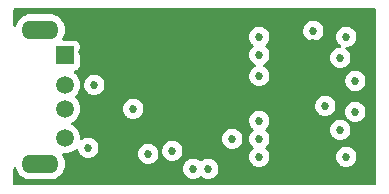
<source format=gbr>
%TF.GenerationSoftware,KiCad,Pcbnew,(6.0.7)*%
%TF.CreationDate,2023-02-04T21:02:38-08:00*%
%TF.ProjectId,ESP_Module,4553505f-4d6f-4647-956c-652e6b696361,rev?*%
%TF.SameCoordinates,Original*%
%TF.FileFunction,Copper,L3,Inr*%
%TF.FilePolarity,Positive*%
%FSLAX46Y46*%
G04 Gerber Fmt 4.6, Leading zero omitted, Abs format (unit mm)*
G04 Created by KiCad (PCBNEW (6.0.7)) date 2023-02-04 21:02:38*
%MOMM*%
%LPD*%
G01*
G04 APERTURE LIST*
%TA.AperFunction,ComponentPad*%
%ADD10R,1.508000X1.508000*%
%TD*%
%TA.AperFunction,ComponentPad*%
%ADD11C,1.508000*%
%TD*%
%TA.AperFunction,ComponentPad*%
%ADD12O,3.150000X1.575000*%
%TD*%
%TA.AperFunction,ViaPad*%
%ADD13C,0.685800*%
%TD*%
G04 APERTURE END LIST*
D10*
%TO.N,+5V*%
%TO.C,J1*%
X120464000Y-101910000D03*
D11*
%TO.N,USB_D-*%
X120464000Y-104410000D03*
%TO.N,USB_D+*%
X120464000Y-106410000D03*
%TO.N,GND*%
X120464000Y-108910000D03*
D12*
X118364000Y-99710000D03*
X118364000Y-111110000D03*
%TD*%
D13*
%TO.N,GND*%
X143764000Y-102108000D03*
X143764000Y-108204000D03*
%TO.N,Net-(P1-PadA5)*%
X142494000Y-106172000D03*
%TO.N,+3V3*%
X121920000Y-100584000D03*
X134620000Y-102362000D03*
X128270000Y-102362000D03*
X128270000Y-101346000D03*
X131064000Y-101346000D03*
X131064000Y-102362000D03*
X121920000Y-101600000D03*
X125730000Y-109982000D03*
X141478000Y-100838000D03*
X131064000Y-100330000D03*
X128270000Y-100330000D03*
%TO.N,GND*%
X122428000Y-109728000D03*
X126238000Y-106426000D03*
X136906000Y-103632000D03*
X136906000Y-100330000D03*
X134620000Y-108966000D03*
X136906000Y-101854000D03*
X129540000Y-109982000D03*
X144272000Y-110490000D03*
X136906000Y-108966000D03*
X144272000Y-100330000D03*
X136906000Y-110490000D03*
X136906000Y-107442000D03*
X122936000Y-104394000D03*
%TO.N,+5V*%
X145036051Y-104063600D03*
X145034000Y-106680000D03*
%TO.N,/MCU_D-*%
X131318000Y-111506000D03*
%TO.N,/MCU_D+*%
X132588000Y-111506000D03*
%TO.N,MCU_EN*%
X141478000Y-99822000D03*
%TO.N,MCU_BOOT*%
X127508000Y-110236000D03*
%TD*%
%TA.AperFunction,Conductor*%
%TO.N,+3V3*%
G36*
X146753621Y-97938502D02*
G01*
X146800114Y-97992158D01*
X146811500Y-98044500D01*
X146811500Y-112775500D01*
X146791498Y-112843621D01*
X146737842Y-112890114D01*
X146685500Y-112901500D01*
X116204500Y-112901500D01*
X116136379Y-112881498D01*
X116089886Y-112827842D01*
X116078500Y-112775500D01*
X116078500Y-111483817D01*
X116098502Y-111415696D01*
X116152158Y-111369203D01*
X116222432Y-111359099D01*
X116287012Y-111388593D01*
X116326207Y-111451205D01*
X116336188Y-111488454D01*
X116354006Y-111554951D01*
X116356331Y-111559936D01*
X116447517Y-111755488D01*
X116447519Y-111755492D01*
X116449843Y-111760475D01*
X116579914Y-111946235D01*
X116740265Y-112106586D01*
X116744773Y-112109743D01*
X116744776Y-112109745D01*
X116769396Y-112126984D01*
X116926025Y-112236657D01*
X116931007Y-112238980D01*
X116931012Y-112238983D01*
X117035376Y-112287648D01*
X117131549Y-112332494D01*
X117350592Y-112391187D01*
X117403021Y-112395774D01*
X117517184Y-112405762D01*
X117517193Y-112405762D01*
X117519909Y-112406000D01*
X119208091Y-112406000D01*
X119210807Y-112405762D01*
X119210816Y-112405762D01*
X119324979Y-112395774D01*
X119377408Y-112391187D01*
X119596451Y-112332494D01*
X119692624Y-112287648D01*
X119796988Y-112238983D01*
X119796993Y-112238980D01*
X119801975Y-112236657D01*
X119958604Y-112126984D01*
X119983224Y-112109745D01*
X119983227Y-112109743D01*
X119987735Y-112106586D01*
X120148086Y-111946235D01*
X120208521Y-111859926D01*
X120275004Y-111764980D01*
X120275008Y-111764974D01*
X120278157Y-111760476D01*
X120373994Y-111554951D01*
X120375418Y-111549640D01*
X120387111Y-111506000D01*
X130461910Y-111506000D01*
X130480618Y-111683991D01*
X130535923Y-111854203D01*
X130625409Y-112009197D01*
X130745164Y-112142199D01*
X130750506Y-112146080D01*
X130750508Y-112146082D01*
X130884613Y-112243515D01*
X130889955Y-112247396D01*
X130895983Y-112250080D01*
X130895985Y-112250081D01*
X131047423Y-112317505D01*
X131053454Y-112320190D01*
X131118035Y-112333917D01*
X131222057Y-112356028D01*
X131222061Y-112356028D01*
X131228514Y-112357400D01*
X131407486Y-112357400D01*
X131413939Y-112356028D01*
X131413943Y-112356028D01*
X131517965Y-112333917D01*
X131582546Y-112320190D01*
X131588577Y-112317505D01*
X131740015Y-112250081D01*
X131740017Y-112250080D01*
X131746045Y-112247396D01*
X131751387Y-112243515D01*
X131878939Y-112150843D01*
X131945807Y-112126984D01*
X132014958Y-112143065D01*
X132027061Y-112150843D01*
X132154613Y-112243515D01*
X132159955Y-112247396D01*
X132165983Y-112250080D01*
X132165985Y-112250081D01*
X132317423Y-112317505D01*
X132323454Y-112320190D01*
X132388035Y-112333917D01*
X132492057Y-112356028D01*
X132492061Y-112356028D01*
X132498514Y-112357400D01*
X132677486Y-112357400D01*
X132683939Y-112356028D01*
X132683943Y-112356028D01*
X132787965Y-112333917D01*
X132852546Y-112320190D01*
X132858577Y-112317505D01*
X133010015Y-112250081D01*
X133010017Y-112250080D01*
X133016045Y-112247396D01*
X133021387Y-112243515D01*
X133155492Y-112146082D01*
X133155494Y-112146080D01*
X133160836Y-112142199D01*
X133280591Y-112009197D01*
X133370077Y-111854203D01*
X133425382Y-111683991D01*
X133444090Y-111506000D01*
X133438331Y-111451205D01*
X133426072Y-111334573D01*
X133426072Y-111334572D01*
X133425382Y-111328009D01*
X133370077Y-111157797D01*
X133348999Y-111121288D01*
X133283892Y-111008521D01*
X133280591Y-111002803D01*
X133168923Y-110878782D01*
X133165258Y-110874712D01*
X133165257Y-110874711D01*
X133160836Y-110869801D01*
X133147951Y-110860439D01*
X133021387Y-110768485D01*
X133021386Y-110768484D01*
X133016045Y-110764604D01*
X133010017Y-110761920D01*
X133010015Y-110761919D01*
X132858577Y-110694495D01*
X132858576Y-110694495D01*
X132852546Y-110691810D01*
X132765016Y-110673205D01*
X132683943Y-110655972D01*
X132683939Y-110655972D01*
X132677486Y-110654600D01*
X132498514Y-110654600D01*
X132492061Y-110655972D01*
X132492057Y-110655972D01*
X132410984Y-110673205D01*
X132323454Y-110691810D01*
X132317424Y-110694495D01*
X132317423Y-110694495D01*
X132165985Y-110761919D01*
X132165983Y-110761920D01*
X132159955Y-110764604D01*
X132154614Y-110768484D01*
X132154613Y-110768485D01*
X132027061Y-110861157D01*
X131960193Y-110885016D01*
X131891042Y-110868935D01*
X131878939Y-110861157D01*
X131751387Y-110768485D01*
X131751386Y-110768484D01*
X131746045Y-110764604D01*
X131740017Y-110761920D01*
X131740015Y-110761919D01*
X131588577Y-110694495D01*
X131588576Y-110694495D01*
X131582546Y-110691810D01*
X131495016Y-110673205D01*
X131413943Y-110655972D01*
X131413939Y-110655972D01*
X131407486Y-110654600D01*
X131228514Y-110654600D01*
X131222061Y-110655972D01*
X131222057Y-110655972D01*
X131140984Y-110673205D01*
X131053454Y-110691810D01*
X131047424Y-110694495D01*
X131047423Y-110694495D01*
X130895985Y-110761919D01*
X130895983Y-110761920D01*
X130889955Y-110764604D01*
X130884614Y-110768484D01*
X130884613Y-110768485D01*
X130758050Y-110860439D01*
X130745164Y-110869801D01*
X130740743Y-110874711D01*
X130740742Y-110874712D01*
X130737078Y-110878782D01*
X130625409Y-111002803D01*
X130622108Y-111008521D01*
X130557002Y-111121288D01*
X130535923Y-111157797D01*
X130480618Y-111328009D01*
X130479928Y-111334572D01*
X130479928Y-111334573D01*
X130467669Y-111451205D01*
X130461910Y-111506000D01*
X120387111Y-111506000D01*
X120418570Y-111388593D01*
X120432687Y-111335908D01*
X120452451Y-111110000D01*
X120432687Y-110884092D01*
X120373994Y-110665049D01*
X120290128Y-110485197D01*
X120280483Y-110464512D01*
X120280480Y-110464507D01*
X120278157Y-110459525D01*
X120275001Y-110455017D01*
X120274997Y-110455011D01*
X120210520Y-110362928D01*
X120187832Y-110295654D01*
X120205117Y-110226794D01*
X120256887Y-110178210D01*
X120324713Y-110165137D01*
X120464000Y-110177323D01*
X120684068Y-110158070D01*
X120826748Y-110119839D01*
X120892140Y-110102317D01*
X120892142Y-110102316D01*
X120897450Y-110100894D01*
X120902432Y-110098571D01*
X121092675Y-110009860D01*
X121092680Y-110009857D01*
X121097662Y-110007534D01*
X121127702Y-109986500D01*
X121274109Y-109883985D01*
X121274112Y-109883983D01*
X121278620Y-109880826D01*
X121371759Y-109787687D01*
X121434071Y-109753661D01*
X121504886Y-109758726D01*
X121561722Y-109801273D01*
X121586164Y-109863611D01*
X121590618Y-109905991D01*
X121645923Y-110076203D01*
X121735409Y-110231197D01*
X121739827Y-110236104D01*
X121739828Y-110236105D01*
X121808172Y-110312009D01*
X121855164Y-110364199D01*
X121860506Y-110368080D01*
X121860508Y-110368082D01*
X121994613Y-110465515D01*
X121999955Y-110469396D01*
X122005983Y-110472080D01*
X122005985Y-110472081D01*
X122157423Y-110539505D01*
X122163454Y-110542190D01*
X122250984Y-110560795D01*
X122332057Y-110578028D01*
X122332061Y-110578028D01*
X122338514Y-110579400D01*
X122517486Y-110579400D01*
X122523939Y-110578028D01*
X122523943Y-110578028D01*
X122605016Y-110560795D01*
X122692546Y-110542190D01*
X122698577Y-110539505D01*
X122850015Y-110472081D01*
X122850017Y-110472080D01*
X122856045Y-110469396D01*
X122861387Y-110465515D01*
X122995492Y-110368082D01*
X122995494Y-110368080D01*
X123000836Y-110364199D01*
X123047828Y-110312009D01*
X123116172Y-110236105D01*
X123116173Y-110236104D01*
X123116267Y-110236000D01*
X126651910Y-110236000D01*
X126652600Y-110242565D01*
X126665385Y-110364199D01*
X126670618Y-110413991D01*
X126672658Y-110420269D01*
X126672658Y-110420270D01*
X126691896Y-110479479D01*
X126725923Y-110584203D01*
X126815409Y-110739197D01*
X126819827Y-110744104D01*
X126819828Y-110744105D01*
X126930742Y-110867288D01*
X126935164Y-110872199D01*
X126940506Y-110876080D01*
X126940508Y-110876082D01*
X127074613Y-110973515D01*
X127079955Y-110977396D01*
X127085983Y-110980080D01*
X127085985Y-110980081D01*
X127126468Y-110998105D01*
X127243454Y-111050190D01*
X127330984Y-111068795D01*
X127412057Y-111086028D01*
X127412061Y-111086028D01*
X127418514Y-111087400D01*
X127597486Y-111087400D01*
X127603939Y-111086028D01*
X127603943Y-111086028D01*
X127685016Y-111068795D01*
X127772546Y-111050190D01*
X127889532Y-110998105D01*
X127930015Y-110980081D01*
X127930017Y-110980080D01*
X127936045Y-110977396D01*
X127941387Y-110973515D01*
X128075492Y-110876082D01*
X128075494Y-110876080D01*
X128080836Y-110872199D01*
X128085258Y-110867288D01*
X128196172Y-110744105D01*
X128196173Y-110744104D01*
X128200591Y-110739197D01*
X128290077Y-110584203D01*
X128324104Y-110479479D01*
X128343342Y-110420270D01*
X128343342Y-110420269D01*
X128345382Y-110413991D01*
X128350616Y-110364199D01*
X128363400Y-110242565D01*
X128364090Y-110236000D01*
X128350039Y-110102317D01*
X128346072Y-110064573D01*
X128346072Y-110064572D01*
X128345382Y-110058009D01*
X128320685Y-109982000D01*
X128683910Y-109982000D01*
X128684600Y-109988565D01*
X128696407Y-110100894D01*
X128702618Y-110159991D01*
X128704658Y-110166269D01*
X128704658Y-110166270D01*
X128725182Y-110229435D01*
X128757923Y-110330203D01*
X128847409Y-110485197D01*
X128967164Y-110618199D01*
X128972506Y-110622080D01*
X128972508Y-110622082D01*
X129072176Y-110694495D01*
X129111955Y-110723396D01*
X129117983Y-110726080D01*
X129117985Y-110726081D01*
X129204510Y-110764604D01*
X129275454Y-110796190D01*
X129362984Y-110814795D01*
X129444057Y-110832028D01*
X129444061Y-110832028D01*
X129450514Y-110833400D01*
X129629486Y-110833400D01*
X129635939Y-110832028D01*
X129635943Y-110832028D01*
X129717016Y-110814795D01*
X129804546Y-110796190D01*
X129875490Y-110764604D01*
X129962015Y-110726081D01*
X129962017Y-110726080D01*
X129968045Y-110723396D01*
X130007824Y-110694495D01*
X130107492Y-110622082D01*
X130107494Y-110622080D01*
X130112836Y-110618199D01*
X130228266Y-110490000D01*
X136049910Y-110490000D01*
X136050600Y-110496565D01*
X136067211Y-110654600D01*
X136068618Y-110667991D01*
X136070658Y-110674269D01*
X136070658Y-110674270D01*
X136089896Y-110733479D01*
X136123923Y-110838203D01*
X136127226Y-110843925D01*
X136127227Y-110843926D01*
X136145792Y-110876082D01*
X136213409Y-110993197D01*
X136333164Y-111126199D01*
X136338506Y-111130080D01*
X136338508Y-111130082D01*
X136385305Y-111164082D01*
X136477955Y-111231396D01*
X136483983Y-111234080D01*
X136483985Y-111234081D01*
X136635423Y-111301505D01*
X136641454Y-111304190D01*
X136723974Y-111321730D01*
X136810057Y-111340028D01*
X136810061Y-111340028D01*
X136816514Y-111341400D01*
X136995486Y-111341400D01*
X137001939Y-111340028D01*
X137001943Y-111340028D01*
X137088026Y-111321730D01*
X137170546Y-111304190D01*
X137176577Y-111301505D01*
X137328015Y-111234081D01*
X137328017Y-111234080D01*
X137334045Y-111231396D01*
X137426695Y-111164082D01*
X137473492Y-111130082D01*
X137473494Y-111130080D01*
X137478836Y-111126199D01*
X137598591Y-110993197D01*
X137666208Y-110876082D01*
X137684773Y-110843926D01*
X137684774Y-110843925D01*
X137688077Y-110838203D01*
X137722104Y-110733479D01*
X137741342Y-110674270D01*
X137741342Y-110674269D01*
X137743382Y-110667991D01*
X137744790Y-110654600D01*
X137761400Y-110496565D01*
X137762090Y-110490000D01*
X143415910Y-110490000D01*
X143416600Y-110496565D01*
X143433211Y-110654600D01*
X143434618Y-110667991D01*
X143436658Y-110674269D01*
X143436658Y-110674270D01*
X143455896Y-110733479D01*
X143489923Y-110838203D01*
X143493226Y-110843925D01*
X143493227Y-110843926D01*
X143511792Y-110876082D01*
X143579409Y-110993197D01*
X143699164Y-111126199D01*
X143704506Y-111130080D01*
X143704508Y-111130082D01*
X143751305Y-111164082D01*
X143843955Y-111231396D01*
X143849983Y-111234080D01*
X143849985Y-111234081D01*
X144001423Y-111301505D01*
X144007454Y-111304190D01*
X144089974Y-111321730D01*
X144176057Y-111340028D01*
X144176061Y-111340028D01*
X144182514Y-111341400D01*
X144361486Y-111341400D01*
X144367939Y-111340028D01*
X144367943Y-111340028D01*
X144454026Y-111321730D01*
X144536546Y-111304190D01*
X144542577Y-111301505D01*
X144694015Y-111234081D01*
X144694017Y-111234080D01*
X144700045Y-111231396D01*
X144792695Y-111164082D01*
X144839492Y-111130082D01*
X144839494Y-111130080D01*
X144844836Y-111126199D01*
X144964591Y-110993197D01*
X145032208Y-110876082D01*
X145050773Y-110843926D01*
X145050774Y-110843925D01*
X145054077Y-110838203D01*
X145088104Y-110733479D01*
X145107342Y-110674270D01*
X145107342Y-110674269D01*
X145109382Y-110667991D01*
X145110790Y-110654600D01*
X145127400Y-110496565D01*
X145128090Y-110490000D01*
X145109382Y-110312009D01*
X145054077Y-110141797D01*
X144964591Y-109986803D01*
X144897482Y-109912270D01*
X144849258Y-109858712D01*
X144849257Y-109858711D01*
X144844836Y-109853801D01*
X144802239Y-109822852D01*
X144705387Y-109752485D01*
X144705386Y-109752484D01*
X144700045Y-109748604D01*
X144694017Y-109745920D01*
X144694015Y-109745919D01*
X144542577Y-109678495D01*
X144542576Y-109678495D01*
X144536546Y-109675810D01*
X144449016Y-109657205D01*
X144367943Y-109639972D01*
X144367939Y-109639972D01*
X144361486Y-109638600D01*
X144182514Y-109638600D01*
X144176061Y-109639972D01*
X144176057Y-109639972D01*
X144094984Y-109657205D01*
X144007454Y-109675810D01*
X144001424Y-109678495D01*
X144001423Y-109678495D01*
X143849985Y-109745919D01*
X143849983Y-109745920D01*
X143843955Y-109748604D01*
X143838614Y-109752484D01*
X143838613Y-109752485D01*
X143741762Y-109822852D01*
X143699164Y-109853801D01*
X143694743Y-109858711D01*
X143694742Y-109858712D01*
X143646519Y-109912270D01*
X143579409Y-109986803D01*
X143489923Y-110141797D01*
X143434618Y-110312009D01*
X143415910Y-110490000D01*
X137762090Y-110490000D01*
X137743382Y-110312009D01*
X137688077Y-110141797D01*
X137598591Y-109986803D01*
X137531482Y-109912270D01*
X137483258Y-109858712D01*
X137483257Y-109858711D01*
X137478836Y-109853801D01*
X137445989Y-109829936D01*
X137402635Y-109773713D01*
X137396560Y-109702977D01*
X137429692Y-109640185D01*
X137445989Y-109626064D01*
X137456032Y-109618767D01*
X137478836Y-109602199D01*
X137483258Y-109597288D01*
X137594172Y-109474105D01*
X137594173Y-109474104D01*
X137598591Y-109469197D01*
X137653510Y-109374074D01*
X137684773Y-109319926D01*
X137684774Y-109319925D01*
X137688077Y-109314203D01*
X137743382Y-109143991D01*
X137744790Y-109130600D01*
X137761400Y-108972565D01*
X137762090Y-108966000D01*
X137756780Y-108915480D01*
X137744072Y-108794573D01*
X137744072Y-108794572D01*
X137743382Y-108788009D01*
X137688077Y-108617797D01*
X137598591Y-108462803D01*
X137531482Y-108388270D01*
X137483258Y-108334712D01*
X137483257Y-108334711D01*
X137478836Y-108329801D01*
X137445989Y-108305936D01*
X137402635Y-108249713D01*
X137398709Y-108204000D01*
X142907910Y-108204000D01*
X142926618Y-108381991D01*
X142981923Y-108552203D01*
X143071409Y-108707197D01*
X143075827Y-108712104D01*
X143075828Y-108712105D01*
X143148866Y-108793222D01*
X143191164Y-108840199D01*
X143196506Y-108844080D01*
X143196508Y-108844082D01*
X143294772Y-108915475D01*
X143335955Y-108945396D01*
X143341983Y-108948080D01*
X143341985Y-108948081D01*
X143493423Y-109015505D01*
X143499454Y-109018190D01*
X143586984Y-109036795D01*
X143668057Y-109054028D01*
X143668061Y-109054028D01*
X143674514Y-109055400D01*
X143853486Y-109055400D01*
X143859939Y-109054028D01*
X143859943Y-109054028D01*
X143941016Y-109036795D01*
X144028546Y-109018190D01*
X144034577Y-109015505D01*
X144186015Y-108948081D01*
X144186017Y-108948080D01*
X144192045Y-108945396D01*
X144233228Y-108915475D01*
X144331492Y-108844082D01*
X144331494Y-108844080D01*
X144336836Y-108840199D01*
X144379134Y-108793222D01*
X144452172Y-108712105D01*
X144452173Y-108712104D01*
X144456591Y-108707197D01*
X144546077Y-108552203D01*
X144601382Y-108381991D01*
X144620090Y-108204000D01*
X144614887Y-108154495D01*
X144602072Y-108032573D01*
X144602072Y-108032572D01*
X144601382Y-108026009D01*
X144546077Y-107855797D01*
X144525663Y-107820438D01*
X144471876Y-107727278D01*
X144456591Y-107700803D01*
X144420752Y-107660999D01*
X144341258Y-107572712D01*
X144341257Y-107572711D01*
X144336836Y-107567801D01*
X144306562Y-107545805D01*
X144197387Y-107466485D01*
X144197386Y-107466484D01*
X144192045Y-107462604D01*
X144186017Y-107459920D01*
X144186015Y-107459919D01*
X144034577Y-107392495D01*
X144034576Y-107392495D01*
X144028546Y-107389810D01*
X143941016Y-107371205D01*
X143859943Y-107353972D01*
X143859939Y-107353972D01*
X143853486Y-107352600D01*
X143674514Y-107352600D01*
X143668061Y-107353972D01*
X143668057Y-107353972D01*
X143586984Y-107371205D01*
X143499454Y-107389810D01*
X143493424Y-107392495D01*
X143493423Y-107392495D01*
X143341985Y-107459919D01*
X143341983Y-107459920D01*
X143335955Y-107462604D01*
X143330614Y-107466484D01*
X143330613Y-107466485D01*
X143221439Y-107545805D01*
X143191164Y-107567801D01*
X143186743Y-107572711D01*
X143186742Y-107572712D01*
X143107249Y-107660999D01*
X143071409Y-107700803D01*
X143056124Y-107727278D01*
X143002338Y-107820438D01*
X142981923Y-107855797D01*
X142926618Y-108026009D01*
X142925928Y-108032572D01*
X142925928Y-108032573D01*
X142913113Y-108154495D01*
X142907910Y-108204000D01*
X137398709Y-108204000D01*
X137396560Y-108178977D01*
X137429692Y-108116185D01*
X137445989Y-108102064D01*
X137460549Y-108091485D01*
X137478836Y-108078199D01*
X137526847Y-108024877D01*
X137594172Y-107950105D01*
X137594173Y-107950104D01*
X137598591Y-107945197D01*
X137674079Y-107814448D01*
X137684773Y-107795926D01*
X137684774Y-107795925D01*
X137688077Y-107790203D01*
X137730707Y-107659001D01*
X137741342Y-107626270D01*
X137741342Y-107626269D01*
X137743382Y-107619991D01*
X137745648Y-107598437D01*
X137761400Y-107448565D01*
X137762090Y-107442000D01*
X137756658Y-107390323D01*
X137744072Y-107270573D01*
X137744072Y-107270572D01*
X137743382Y-107264009D01*
X137688077Y-107093797D01*
X137666999Y-107057288D01*
X137601892Y-106944521D01*
X137598591Y-106938803D01*
X137531482Y-106864270D01*
X137483258Y-106810712D01*
X137483257Y-106810711D01*
X137478836Y-106805801D01*
X137443223Y-106779926D01*
X137339387Y-106704485D01*
X137339386Y-106704484D01*
X137334045Y-106700604D01*
X137328017Y-106697920D01*
X137328015Y-106697919D01*
X137176577Y-106630495D01*
X137176576Y-106630495D01*
X137170546Y-106627810D01*
X137065670Y-106605518D01*
X137001943Y-106591972D01*
X137001939Y-106591972D01*
X136995486Y-106590600D01*
X136816514Y-106590600D01*
X136810061Y-106591972D01*
X136810057Y-106591972D01*
X136746330Y-106605518D01*
X136641454Y-106627810D01*
X136635424Y-106630495D01*
X136635423Y-106630495D01*
X136483985Y-106697919D01*
X136483983Y-106697920D01*
X136477955Y-106700604D01*
X136472614Y-106704484D01*
X136472613Y-106704485D01*
X136368778Y-106779926D01*
X136333164Y-106805801D01*
X136328743Y-106810711D01*
X136328742Y-106810712D01*
X136280519Y-106864270D01*
X136213409Y-106938803D01*
X136210108Y-106944521D01*
X136145002Y-107057288D01*
X136123923Y-107093797D01*
X136068618Y-107264009D01*
X136067928Y-107270572D01*
X136067928Y-107270573D01*
X136055342Y-107390323D01*
X136049910Y-107442000D01*
X136050600Y-107448565D01*
X136066353Y-107598437D01*
X136068618Y-107619991D01*
X136070658Y-107626269D01*
X136070658Y-107626270D01*
X136081293Y-107659001D01*
X136123923Y-107790203D01*
X136127226Y-107795925D01*
X136127227Y-107795926D01*
X136137921Y-107814448D01*
X136213409Y-107945197D01*
X136217827Y-107950104D01*
X136217828Y-107950105D01*
X136285153Y-108024877D01*
X136333164Y-108078199D01*
X136351451Y-108091485D01*
X136366011Y-108102064D01*
X136409365Y-108158287D01*
X136415440Y-108229023D01*
X136382308Y-108291815D01*
X136366011Y-108305936D01*
X136333164Y-108329801D01*
X136328743Y-108334711D01*
X136328742Y-108334712D01*
X136280519Y-108388270D01*
X136213409Y-108462803D01*
X136123923Y-108617797D01*
X136068618Y-108788009D01*
X136067928Y-108794572D01*
X136067928Y-108794573D01*
X136055220Y-108915480D01*
X136049910Y-108966000D01*
X136050600Y-108972565D01*
X136067211Y-109130600D01*
X136068618Y-109143991D01*
X136123923Y-109314203D01*
X136127226Y-109319925D01*
X136127227Y-109319926D01*
X136158490Y-109374074D01*
X136213409Y-109469197D01*
X136217827Y-109474104D01*
X136217828Y-109474105D01*
X136328742Y-109597288D01*
X136333164Y-109602199D01*
X136355968Y-109618767D01*
X136366011Y-109626064D01*
X136409365Y-109682287D01*
X136415440Y-109753023D01*
X136382308Y-109815815D01*
X136366011Y-109829936D01*
X136333164Y-109853801D01*
X136328743Y-109858711D01*
X136328742Y-109858712D01*
X136280519Y-109912270D01*
X136213409Y-109986803D01*
X136123923Y-110141797D01*
X136068618Y-110312009D01*
X136049910Y-110490000D01*
X130228266Y-110490000D01*
X130232591Y-110485197D01*
X130322077Y-110330203D01*
X130354818Y-110229435D01*
X130375342Y-110166270D01*
X130375342Y-110166269D01*
X130377382Y-110159991D01*
X130383594Y-110100894D01*
X130395400Y-109988565D01*
X130396090Y-109982000D01*
X130383132Y-109858712D01*
X130378072Y-109810573D01*
X130378072Y-109810572D01*
X130377382Y-109804009D01*
X130358508Y-109745919D01*
X130335282Y-109674438D01*
X130322077Y-109633797D01*
X130317613Y-109626064D01*
X130243954Y-109498485D01*
X130232591Y-109478803D01*
X130112836Y-109345801D01*
X130077223Y-109319926D01*
X129973387Y-109244485D01*
X129973386Y-109244484D01*
X129968045Y-109240604D01*
X129962017Y-109237920D01*
X129962015Y-109237919D01*
X129810577Y-109170495D01*
X129810576Y-109170495D01*
X129804546Y-109167810D01*
X129717016Y-109149205D01*
X129635943Y-109131972D01*
X129635939Y-109131972D01*
X129629486Y-109130600D01*
X129450514Y-109130600D01*
X129444061Y-109131972D01*
X129444057Y-109131972D01*
X129362984Y-109149205D01*
X129275454Y-109167810D01*
X129269424Y-109170495D01*
X129269423Y-109170495D01*
X129117985Y-109237919D01*
X129117983Y-109237920D01*
X129111955Y-109240604D01*
X129106614Y-109244484D01*
X129106613Y-109244485D01*
X129002778Y-109319926D01*
X128967164Y-109345801D01*
X128847409Y-109478803D01*
X128836046Y-109498485D01*
X128762388Y-109626064D01*
X128757923Y-109633797D01*
X128744718Y-109674438D01*
X128721493Y-109745919D01*
X128702618Y-109804009D01*
X128701928Y-109810572D01*
X128701928Y-109810573D01*
X128696868Y-109858712D01*
X128683910Y-109982000D01*
X128320685Y-109982000D01*
X128290077Y-109887797D01*
X128283803Y-109876929D01*
X128216983Y-109761195D01*
X128200591Y-109732803D01*
X128155107Y-109682287D01*
X128085258Y-109604712D01*
X128085257Y-109604711D01*
X128080836Y-109599801D01*
X128012304Y-109550009D01*
X127941387Y-109498485D01*
X127941386Y-109498484D01*
X127936045Y-109494604D01*
X127930017Y-109491920D01*
X127930015Y-109491919D01*
X127778577Y-109424495D01*
X127778576Y-109424495D01*
X127772546Y-109421810D01*
X127685016Y-109403205D01*
X127603943Y-109385972D01*
X127603939Y-109385972D01*
X127597486Y-109384600D01*
X127418514Y-109384600D01*
X127412061Y-109385972D01*
X127412057Y-109385972D01*
X127330984Y-109403205D01*
X127243454Y-109421810D01*
X127237424Y-109424495D01*
X127237423Y-109424495D01*
X127085985Y-109491919D01*
X127085983Y-109491920D01*
X127079955Y-109494604D01*
X127074614Y-109498484D01*
X127074613Y-109498485D01*
X127003697Y-109550009D01*
X126935164Y-109599801D01*
X126930743Y-109604711D01*
X126930742Y-109604712D01*
X126860894Y-109682287D01*
X126815409Y-109732803D01*
X126799017Y-109761195D01*
X126732198Y-109876929D01*
X126725923Y-109887797D01*
X126670618Y-110058009D01*
X126669928Y-110064572D01*
X126669928Y-110064573D01*
X126665961Y-110102317D01*
X126651910Y-110236000D01*
X123116267Y-110236000D01*
X123120591Y-110231197D01*
X123210077Y-110076203D01*
X123265382Y-109905991D01*
X123267475Y-109886083D01*
X123283400Y-109734565D01*
X123284090Y-109728000D01*
X123278887Y-109678495D01*
X123266072Y-109556573D01*
X123266072Y-109556572D01*
X123265382Y-109550009D01*
X123263320Y-109543661D01*
X123212119Y-109386082D01*
X123210077Y-109379797D01*
X123120591Y-109224803D01*
X123053482Y-109150270D01*
X123005258Y-109096712D01*
X123005257Y-109096711D01*
X123000836Y-109091801D01*
X122950735Y-109055400D01*
X122861387Y-108990485D01*
X122861386Y-108990484D01*
X122856045Y-108986604D01*
X122850017Y-108983920D01*
X122850015Y-108983919D01*
X122809768Y-108966000D01*
X133763910Y-108966000D01*
X133764600Y-108972565D01*
X133781211Y-109130600D01*
X133782618Y-109143991D01*
X133837923Y-109314203D01*
X133841226Y-109319925D01*
X133841227Y-109319926D01*
X133872490Y-109374074D01*
X133927409Y-109469197D01*
X133931827Y-109474104D01*
X133931828Y-109474105D01*
X134042742Y-109597288D01*
X134047164Y-109602199D01*
X134052506Y-109606080D01*
X134052508Y-109606082D01*
X134152176Y-109678495D01*
X134191955Y-109707396D01*
X134197983Y-109710080D01*
X134197985Y-109710081D01*
X134312790Y-109761195D01*
X134355454Y-109780190D01*
X134437974Y-109797730D01*
X134524057Y-109816028D01*
X134524061Y-109816028D01*
X134530514Y-109817400D01*
X134709486Y-109817400D01*
X134715939Y-109816028D01*
X134715943Y-109816028D01*
X134802026Y-109797730D01*
X134884546Y-109780190D01*
X134927210Y-109761195D01*
X135042015Y-109710081D01*
X135042017Y-109710080D01*
X135048045Y-109707396D01*
X135087824Y-109678495D01*
X135187492Y-109606082D01*
X135187494Y-109606080D01*
X135192836Y-109602199D01*
X135197258Y-109597288D01*
X135308172Y-109474105D01*
X135308173Y-109474104D01*
X135312591Y-109469197D01*
X135367510Y-109374074D01*
X135398773Y-109319926D01*
X135398774Y-109319925D01*
X135402077Y-109314203D01*
X135457382Y-109143991D01*
X135458790Y-109130600D01*
X135475400Y-108972565D01*
X135476090Y-108966000D01*
X135470780Y-108915480D01*
X135458072Y-108794573D01*
X135458072Y-108794572D01*
X135457382Y-108788009D01*
X135402077Y-108617797D01*
X135312591Y-108462803D01*
X135245482Y-108388270D01*
X135197258Y-108334712D01*
X135197257Y-108334711D01*
X135192836Y-108329801D01*
X135113052Y-108271834D01*
X135053387Y-108228485D01*
X135053386Y-108228484D01*
X135048045Y-108224604D01*
X135042017Y-108221920D01*
X135042015Y-108221919D01*
X134890577Y-108154495D01*
X134890576Y-108154495D01*
X134884546Y-108151810D01*
X134797016Y-108133205D01*
X134715943Y-108115972D01*
X134715939Y-108115972D01*
X134709486Y-108114600D01*
X134530514Y-108114600D01*
X134524061Y-108115972D01*
X134524057Y-108115972D01*
X134442984Y-108133205D01*
X134355454Y-108151810D01*
X134349424Y-108154495D01*
X134349423Y-108154495D01*
X134197985Y-108221919D01*
X134197983Y-108221920D01*
X134191955Y-108224604D01*
X134186614Y-108228484D01*
X134186613Y-108228485D01*
X134126949Y-108271834D01*
X134047164Y-108329801D01*
X134042743Y-108334711D01*
X134042742Y-108334712D01*
X133994519Y-108388270D01*
X133927409Y-108462803D01*
X133837923Y-108617797D01*
X133782618Y-108788009D01*
X133781928Y-108794572D01*
X133781928Y-108794573D01*
X133769220Y-108915480D01*
X133763910Y-108966000D01*
X122809768Y-108966000D01*
X122698577Y-108916495D01*
X122698576Y-108916495D01*
X122692546Y-108913810D01*
X122605016Y-108895205D01*
X122523943Y-108877972D01*
X122523939Y-108877972D01*
X122517486Y-108876600D01*
X122338514Y-108876600D01*
X122332061Y-108877972D01*
X122332057Y-108877972D01*
X122250984Y-108895205D01*
X122163454Y-108913810D01*
X122157424Y-108916495D01*
X122157423Y-108916495D01*
X122005985Y-108983919D01*
X122005983Y-108983920D01*
X121999955Y-108986604D01*
X121994614Y-108990484D01*
X121994613Y-108990485D01*
X121929611Y-109037712D01*
X121862743Y-109061571D01*
X121793592Y-109045490D01*
X121744112Y-108994576D01*
X121730029Y-108924798D01*
X121730844Y-108915480D01*
X121730844Y-108915475D01*
X121731323Y-108910000D01*
X121712070Y-108689932D01*
X121673481Y-108545918D01*
X121656317Y-108481860D01*
X121656316Y-108481858D01*
X121654894Y-108476550D01*
X121618795Y-108399135D01*
X121563857Y-108281320D01*
X121563855Y-108281317D01*
X121561534Y-108276339D01*
X121434826Y-108095380D01*
X121278620Y-107939174D01*
X121274112Y-107936017D01*
X121274109Y-107936015D01*
X121102171Y-107815623D01*
X121102169Y-107815622D01*
X121097662Y-107812466D01*
X121092680Y-107810143D01*
X121092675Y-107810140D01*
X121015589Y-107774195D01*
X120962304Y-107727278D01*
X120942843Y-107659001D01*
X120963385Y-107591041D01*
X121015589Y-107545805D01*
X121092675Y-107509860D01*
X121092680Y-107509857D01*
X121097662Y-107507534D01*
X121102171Y-107504377D01*
X121274109Y-107383985D01*
X121274112Y-107383983D01*
X121278620Y-107380826D01*
X121434826Y-107224620D01*
X121561534Y-107043661D01*
X121580042Y-107003972D01*
X121652571Y-106848432D01*
X121652572Y-106848431D01*
X121654894Y-106843450D01*
X121657047Y-106835417D01*
X121693170Y-106700604D01*
X121712070Y-106630068D01*
X121729923Y-106426000D01*
X125381910Y-106426000D01*
X125382600Y-106432565D01*
X125399211Y-106590600D01*
X125400618Y-106603991D01*
X125402658Y-106610269D01*
X125402658Y-106610270D01*
X125416326Y-106652336D01*
X125455923Y-106774203D01*
X125459226Y-106779925D01*
X125459227Y-106779926D01*
X125477792Y-106812082D01*
X125545409Y-106929197D01*
X125549827Y-106934104D01*
X125549828Y-106934105D01*
X125612736Y-107003972D01*
X125665164Y-107062199D01*
X125670506Y-107066080D01*
X125670508Y-107066082D01*
X125717305Y-107100082D01*
X125809955Y-107167396D01*
X125815983Y-107170080D01*
X125815985Y-107170081D01*
X125938483Y-107224620D01*
X125973454Y-107240190D01*
X126055974Y-107257730D01*
X126142057Y-107276028D01*
X126142061Y-107276028D01*
X126148514Y-107277400D01*
X126327486Y-107277400D01*
X126333939Y-107276028D01*
X126333943Y-107276028D01*
X126420026Y-107257730D01*
X126502546Y-107240190D01*
X126537517Y-107224620D01*
X126660015Y-107170081D01*
X126660017Y-107170080D01*
X126666045Y-107167396D01*
X126758695Y-107100082D01*
X126805492Y-107066082D01*
X126805494Y-107066080D01*
X126810836Y-107062199D01*
X126863264Y-107003972D01*
X126926172Y-106934105D01*
X126926173Y-106934104D01*
X126930591Y-106929197D01*
X126998208Y-106812082D01*
X127016773Y-106779926D01*
X127016774Y-106779925D01*
X127020077Y-106774203D01*
X127059674Y-106652336D01*
X127073342Y-106610270D01*
X127073342Y-106610269D01*
X127075382Y-106603991D01*
X127076790Y-106590600D01*
X127093400Y-106432565D01*
X127094090Y-106426000D01*
X127075382Y-106248009D01*
X127050685Y-106172000D01*
X141637910Y-106172000D01*
X141656618Y-106349991D01*
X141711923Y-106520203D01*
X141715226Y-106525925D01*
X141715227Y-106525926D01*
X141715598Y-106526568D01*
X141801409Y-106675197D01*
X141805827Y-106680104D01*
X141805828Y-106680105D01*
X141916742Y-106803288D01*
X141921164Y-106808199D01*
X141926506Y-106812080D01*
X141926508Y-106812082D01*
X141998339Y-106864270D01*
X142065955Y-106913396D01*
X142071983Y-106916080D01*
X142071985Y-106916081D01*
X142112468Y-106934105D01*
X142229454Y-106986190D01*
X142313112Y-107003972D01*
X142398057Y-107022028D01*
X142398061Y-107022028D01*
X142404514Y-107023400D01*
X142583486Y-107023400D01*
X142589939Y-107022028D01*
X142589943Y-107022028D01*
X142674888Y-107003972D01*
X142758546Y-106986190D01*
X142875532Y-106934105D01*
X142916015Y-106916081D01*
X142916017Y-106916080D01*
X142922045Y-106913396D01*
X142989661Y-106864270D01*
X143061492Y-106812082D01*
X143061494Y-106812080D01*
X143066836Y-106808199D01*
X143071258Y-106803288D01*
X143182172Y-106680105D01*
X143182173Y-106680104D01*
X143182267Y-106680000D01*
X144177910Y-106680000D01*
X144178600Y-106686565D01*
X144194722Y-106839948D01*
X144196618Y-106857991D01*
X144198658Y-106864269D01*
X144198658Y-106864270D01*
X144217896Y-106923479D01*
X144251923Y-107028203D01*
X144341409Y-107183197D01*
X144345827Y-107188104D01*
X144345828Y-107188105D01*
X144414172Y-107264009D01*
X144461164Y-107316199D01*
X144466506Y-107320080D01*
X144466508Y-107320082D01*
X144566176Y-107392495D01*
X144605955Y-107421396D01*
X144611983Y-107424080D01*
X144611985Y-107424081D01*
X144698510Y-107462604D01*
X144769454Y-107494190D01*
X144843176Y-107509860D01*
X144938057Y-107530028D01*
X144938061Y-107530028D01*
X144944514Y-107531400D01*
X145123486Y-107531400D01*
X145129939Y-107530028D01*
X145129943Y-107530028D01*
X145224824Y-107509860D01*
X145298546Y-107494190D01*
X145369490Y-107462604D01*
X145456015Y-107424081D01*
X145456017Y-107424080D01*
X145462045Y-107421396D01*
X145501824Y-107392495D01*
X145601492Y-107320082D01*
X145601494Y-107320080D01*
X145606836Y-107316199D01*
X145653828Y-107264009D01*
X145722172Y-107188105D01*
X145722173Y-107188104D01*
X145726591Y-107183197D01*
X145816077Y-107028203D01*
X145850104Y-106923479D01*
X145869342Y-106864270D01*
X145869342Y-106864269D01*
X145871382Y-106857991D01*
X145873279Y-106839948D01*
X145889400Y-106686565D01*
X145890090Y-106680000D01*
X145884842Y-106630068D01*
X145872072Y-106508573D01*
X145872072Y-106508572D01*
X145871382Y-106502009D01*
X145816077Y-106331797D01*
X145726591Y-106176803D01*
X145606836Y-106043801D01*
X145538304Y-105994009D01*
X145467387Y-105942485D01*
X145467386Y-105942484D01*
X145462045Y-105938604D01*
X145456017Y-105935920D01*
X145456015Y-105935919D01*
X145304577Y-105868495D01*
X145304576Y-105868495D01*
X145298546Y-105865810D01*
X145211016Y-105847205D01*
X145129943Y-105829972D01*
X145129939Y-105829972D01*
X145123486Y-105828600D01*
X144944514Y-105828600D01*
X144938061Y-105829972D01*
X144938057Y-105829972D01*
X144856984Y-105847205D01*
X144769454Y-105865810D01*
X144763424Y-105868495D01*
X144763423Y-105868495D01*
X144611985Y-105935919D01*
X144611983Y-105935920D01*
X144605955Y-105938604D01*
X144600614Y-105942484D01*
X144600613Y-105942485D01*
X144529697Y-105994009D01*
X144461164Y-106043801D01*
X144341409Y-106176803D01*
X144251923Y-106331797D01*
X144196618Y-106502009D01*
X144195928Y-106508572D01*
X144195928Y-106508573D01*
X144183158Y-106630068D01*
X144177910Y-106680000D01*
X143182267Y-106680000D01*
X143186591Y-106675197D01*
X143272402Y-106526568D01*
X143272773Y-106525926D01*
X143272774Y-106525925D01*
X143276077Y-106520203D01*
X143331382Y-106349991D01*
X143350090Y-106172000D01*
X143337132Y-106048712D01*
X143332072Y-106000573D01*
X143332072Y-106000572D01*
X143331382Y-105994009D01*
X143312508Y-105935919D01*
X143278119Y-105830082D01*
X143276077Y-105823797D01*
X143186591Y-105668803D01*
X143066836Y-105535801D01*
X142922045Y-105430604D01*
X142916017Y-105427920D01*
X142916015Y-105427919D01*
X142764577Y-105360495D01*
X142764576Y-105360495D01*
X142758546Y-105357810D01*
X142671016Y-105339205D01*
X142589943Y-105321972D01*
X142589939Y-105321972D01*
X142583486Y-105320600D01*
X142404514Y-105320600D01*
X142398061Y-105321972D01*
X142398057Y-105321972D01*
X142316984Y-105339205D01*
X142229454Y-105357810D01*
X142223424Y-105360495D01*
X142223423Y-105360495D01*
X142071985Y-105427919D01*
X142071983Y-105427920D01*
X142065955Y-105430604D01*
X141921164Y-105535801D01*
X141801409Y-105668803D01*
X141711923Y-105823797D01*
X141709881Y-105830082D01*
X141675493Y-105935919D01*
X141656618Y-105994009D01*
X141655928Y-106000572D01*
X141655928Y-106000573D01*
X141650868Y-106048712D01*
X141637910Y-106172000D01*
X127050685Y-106172000D01*
X127020077Y-106077797D01*
X126930591Y-105922803D01*
X126810836Y-105789801D01*
X126792308Y-105776339D01*
X126671387Y-105688485D01*
X126671386Y-105688484D01*
X126666045Y-105684604D01*
X126660017Y-105681920D01*
X126660015Y-105681919D01*
X126508577Y-105614495D01*
X126508576Y-105614495D01*
X126502546Y-105611810D01*
X126406924Y-105591485D01*
X126333943Y-105575972D01*
X126333939Y-105575972D01*
X126327486Y-105574600D01*
X126148514Y-105574600D01*
X126142061Y-105575972D01*
X126142057Y-105575972D01*
X126069076Y-105591485D01*
X125973454Y-105611810D01*
X125967424Y-105614495D01*
X125967423Y-105614495D01*
X125815985Y-105681919D01*
X125815983Y-105681920D01*
X125809955Y-105684604D01*
X125804614Y-105688484D01*
X125804613Y-105688485D01*
X125683693Y-105776339D01*
X125665164Y-105789801D01*
X125545409Y-105922803D01*
X125455923Y-106077797D01*
X125400618Y-106248009D01*
X125381910Y-106426000D01*
X121729923Y-106426000D01*
X121731323Y-106410000D01*
X121712070Y-106189932D01*
X121654894Y-105976550D01*
X121639009Y-105942485D01*
X121563857Y-105781320D01*
X121563855Y-105781317D01*
X121561534Y-105776339D01*
X121434826Y-105595380D01*
X121338541Y-105499095D01*
X121304515Y-105436783D01*
X121309580Y-105365968D01*
X121338541Y-105320905D01*
X121434826Y-105224620D01*
X121561534Y-105043661D01*
X121567812Y-105030199D01*
X121652571Y-104848432D01*
X121652572Y-104848431D01*
X121654894Y-104843450D01*
X121712070Y-104630068D01*
X121731323Y-104410000D01*
X121729923Y-104394000D01*
X122079910Y-104394000D01*
X122080600Y-104400565D01*
X122089307Y-104483400D01*
X122098618Y-104571991D01*
X122153923Y-104742203D01*
X122243409Y-104897197D01*
X122363164Y-105030199D01*
X122368506Y-105034080D01*
X122368508Y-105034082D01*
X122387893Y-105048166D01*
X122507955Y-105135396D01*
X122513983Y-105138080D01*
X122513985Y-105138081D01*
X122665423Y-105205505D01*
X122671454Y-105208190D01*
X122758984Y-105226795D01*
X122840057Y-105244028D01*
X122840061Y-105244028D01*
X122846514Y-105245400D01*
X123025486Y-105245400D01*
X123031939Y-105244028D01*
X123031943Y-105244028D01*
X123113016Y-105226795D01*
X123200546Y-105208190D01*
X123206577Y-105205505D01*
X123358015Y-105138081D01*
X123358017Y-105138080D01*
X123364045Y-105135396D01*
X123484107Y-105048166D01*
X123503492Y-105034082D01*
X123503494Y-105034080D01*
X123508836Y-105030199D01*
X123628591Y-104897197D01*
X123718077Y-104742203D01*
X123773382Y-104571991D01*
X123782694Y-104483400D01*
X123791400Y-104400565D01*
X123792090Y-104394000D01*
X123781406Y-104292354D01*
X123774072Y-104222573D01*
X123774072Y-104222572D01*
X123773382Y-104216009D01*
X123758731Y-104170916D01*
X123724795Y-104066474D01*
X123718077Y-104045797D01*
X123628591Y-103890803D01*
X123565940Y-103821221D01*
X123513258Y-103762712D01*
X123513257Y-103762711D01*
X123508836Y-103757801D01*
X123467277Y-103727606D01*
X123369387Y-103656485D01*
X123369386Y-103656484D01*
X123364045Y-103652604D01*
X123358017Y-103649920D01*
X123358015Y-103649919D01*
X123317768Y-103632000D01*
X136049910Y-103632000D01*
X136068618Y-103809991D01*
X136070658Y-103816269D01*
X136070658Y-103816270D01*
X136093188Y-103885609D01*
X136123923Y-103980203D01*
X136213409Y-104135197D01*
X136217827Y-104140104D01*
X136217828Y-104140105D01*
X136284797Y-104214482D01*
X136333164Y-104268199D01*
X136338506Y-104272080D01*
X136338508Y-104272082D01*
X136472613Y-104369515D01*
X136477955Y-104373396D01*
X136483983Y-104376080D01*
X136483985Y-104376081D01*
X136577073Y-104417526D01*
X136641454Y-104446190D01*
X136728984Y-104464795D01*
X136810057Y-104482028D01*
X136810061Y-104482028D01*
X136816514Y-104483400D01*
X136995486Y-104483400D01*
X137001939Y-104482028D01*
X137001943Y-104482028D01*
X137083016Y-104464795D01*
X137170546Y-104446190D01*
X137234927Y-104417526D01*
X137328015Y-104376081D01*
X137328017Y-104376080D01*
X137334045Y-104373396D01*
X137339387Y-104369515D01*
X137473492Y-104272082D01*
X137473494Y-104272080D01*
X137478836Y-104268199D01*
X137527203Y-104214482D01*
X137594172Y-104140105D01*
X137594173Y-104140104D01*
X137598591Y-104135197D01*
X137639928Y-104063600D01*
X144179961Y-104063600D01*
X144198669Y-104241591D01*
X144200709Y-104247869D01*
X144200709Y-104247870D01*
X144201975Y-104251766D01*
X144253974Y-104411803D01*
X144257277Y-104417525D01*
X144257278Y-104417526D01*
X144288883Y-104472268D01*
X144343460Y-104566797D01*
X144463215Y-104699799D01*
X144608006Y-104804996D01*
X144614034Y-104807680D01*
X144614036Y-104807681D01*
X144705565Y-104848432D01*
X144771505Y-104877790D01*
X144859035Y-104896395D01*
X144940108Y-104913628D01*
X144940112Y-104913628D01*
X144946565Y-104915000D01*
X145125537Y-104915000D01*
X145131990Y-104913628D01*
X145131994Y-104913628D01*
X145213067Y-104896395D01*
X145300597Y-104877790D01*
X145366537Y-104848432D01*
X145458066Y-104807681D01*
X145458068Y-104807680D01*
X145464096Y-104804996D01*
X145608887Y-104699799D01*
X145728642Y-104566797D01*
X145783219Y-104472268D01*
X145814824Y-104417526D01*
X145814825Y-104417525D01*
X145818128Y-104411803D01*
X145870127Y-104251766D01*
X145871393Y-104247870D01*
X145871393Y-104247869D01*
X145873433Y-104241591D01*
X145892141Y-104063600D01*
X145883375Y-103980203D01*
X145874123Y-103892173D01*
X145874123Y-103892172D01*
X145873433Y-103885609D01*
X145850904Y-103816270D01*
X145836465Y-103771834D01*
X145818128Y-103715397D01*
X145728642Y-103560403D01*
X145706825Y-103536172D01*
X145613309Y-103432312D01*
X145613308Y-103432311D01*
X145608887Y-103427401D01*
X145494037Y-103343957D01*
X145469438Y-103326085D01*
X145469437Y-103326084D01*
X145464096Y-103322204D01*
X145458068Y-103319520D01*
X145458066Y-103319519D01*
X145306628Y-103252095D01*
X145306627Y-103252095D01*
X145300597Y-103249410D01*
X145213067Y-103230805D01*
X145131994Y-103213572D01*
X145131990Y-103213572D01*
X145125537Y-103212200D01*
X144946565Y-103212200D01*
X144940112Y-103213572D01*
X144940108Y-103213572D01*
X144859035Y-103230805D01*
X144771505Y-103249410D01*
X144765475Y-103252095D01*
X144765474Y-103252095D01*
X144614036Y-103319519D01*
X144614034Y-103319520D01*
X144608006Y-103322204D01*
X144602665Y-103326084D01*
X144602664Y-103326085D01*
X144578066Y-103343957D01*
X144463215Y-103427401D01*
X144458794Y-103432311D01*
X144458793Y-103432312D01*
X144365278Y-103536172D01*
X144343460Y-103560403D01*
X144253974Y-103715397D01*
X144235637Y-103771834D01*
X144221199Y-103816270D01*
X144198669Y-103885609D01*
X144197979Y-103892172D01*
X144197979Y-103892173D01*
X144188727Y-103980203D01*
X144179961Y-104063600D01*
X137639928Y-104063600D01*
X137688077Y-103980203D01*
X137718812Y-103885609D01*
X137741342Y-103816270D01*
X137741342Y-103816269D01*
X137743382Y-103809991D01*
X137762090Y-103632000D01*
X137756887Y-103582495D01*
X137744072Y-103460573D01*
X137744072Y-103460572D01*
X137743382Y-103454009D01*
X137737536Y-103436015D01*
X137690119Y-103290082D01*
X137688077Y-103283797D01*
X137682039Y-103273338D01*
X137645457Y-103209978D01*
X137598591Y-103128803D01*
X137571250Y-103098437D01*
X137483258Y-103000712D01*
X137483257Y-103000711D01*
X137478836Y-102995801D01*
X137428735Y-102959400D01*
X137339387Y-102894485D01*
X137339386Y-102894484D01*
X137334045Y-102890604D01*
X137328019Y-102887921D01*
X137328012Y-102887917D01*
X137261056Y-102858107D01*
X137206960Y-102812127D01*
X137186310Y-102744200D01*
X137205662Y-102675892D01*
X137261056Y-102627893D01*
X137328012Y-102598083D01*
X137328019Y-102598079D01*
X137334045Y-102595396D01*
X137339387Y-102591515D01*
X137473492Y-102494082D01*
X137473494Y-102494080D01*
X137478836Y-102490199D01*
X137598591Y-102357197D01*
X137688077Y-102202203D01*
X137718685Y-102108000D01*
X142907910Y-102108000D01*
X142926618Y-102285991D01*
X142981923Y-102456203D01*
X143071409Y-102611197D01*
X143191164Y-102744199D01*
X143196506Y-102748080D01*
X143196508Y-102748082D01*
X143330613Y-102845515D01*
X143335955Y-102849396D01*
X143341983Y-102852080D01*
X143341985Y-102852081D01*
X143454773Y-102902297D01*
X143499454Y-102922190D01*
X143586984Y-102940795D01*
X143668057Y-102958028D01*
X143668061Y-102958028D01*
X143674514Y-102959400D01*
X143853486Y-102959400D01*
X143859939Y-102958028D01*
X143859943Y-102958028D01*
X143941016Y-102940795D01*
X144028546Y-102922190D01*
X144073227Y-102902297D01*
X144186015Y-102852081D01*
X144186017Y-102852080D01*
X144192045Y-102849396D01*
X144197387Y-102845515D01*
X144331492Y-102748082D01*
X144331494Y-102748080D01*
X144336836Y-102744199D01*
X144456591Y-102611197D01*
X144546077Y-102456203D01*
X144601382Y-102285991D01*
X144620090Y-102108000D01*
X144615910Y-102068234D01*
X144602072Y-101936573D01*
X144602072Y-101936572D01*
X144601382Y-101930009D01*
X144546077Y-101759797D01*
X144456591Y-101604803D01*
X144336836Y-101471801D01*
X144250859Y-101409335D01*
X144207506Y-101353114D01*
X144201431Y-101282378D01*
X144234562Y-101219586D01*
X144296382Y-101184675D01*
X144324921Y-101181400D01*
X144361486Y-101181400D01*
X144367939Y-101180028D01*
X144367943Y-101180028D01*
X144482762Y-101155622D01*
X144536546Y-101144190D01*
X144551094Y-101137713D01*
X144694015Y-101074081D01*
X144694017Y-101074080D01*
X144700045Y-101071396D01*
X144734605Y-101046287D01*
X144839492Y-100970082D01*
X144839494Y-100970080D01*
X144844836Y-100966199D01*
X144875184Y-100932494D01*
X144960172Y-100838105D01*
X144960173Y-100838104D01*
X144964591Y-100833197D01*
X145037690Y-100706586D01*
X145050773Y-100683926D01*
X145050774Y-100683925D01*
X145054077Y-100678203D01*
X145087986Y-100573842D01*
X145107342Y-100514270D01*
X145107342Y-100514269D01*
X145109382Y-100507991D01*
X145114616Y-100458199D01*
X145127400Y-100336565D01*
X145128090Y-100330000D01*
X145109382Y-100152009D01*
X145054077Y-99981797D01*
X144964591Y-99826803D01*
X144844836Y-99693801D01*
X144776304Y-99644009D01*
X144705387Y-99592485D01*
X144705386Y-99592484D01*
X144700045Y-99588604D01*
X144694017Y-99585920D01*
X144694015Y-99585919D01*
X144542577Y-99518495D01*
X144542576Y-99518495D01*
X144536546Y-99515810D01*
X144449016Y-99497205D01*
X144367943Y-99479972D01*
X144367939Y-99479972D01*
X144361486Y-99478600D01*
X144182514Y-99478600D01*
X144176061Y-99479972D01*
X144176057Y-99479972D01*
X144094984Y-99497205D01*
X144007454Y-99515810D01*
X144001424Y-99518495D01*
X144001423Y-99518495D01*
X143849985Y-99585919D01*
X143849983Y-99585920D01*
X143843955Y-99588604D01*
X143838614Y-99592484D01*
X143838613Y-99592485D01*
X143767697Y-99644009D01*
X143699164Y-99693801D01*
X143579409Y-99826803D01*
X143489923Y-99981797D01*
X143434618Y-100152009D01*
X143415910Y-100330000D01*
X143416600Y-100336565D01*
X143429385Y-100458199D01*
X143434618Y-100507991D01*
X143436658Y-100514269D01*
X143436658Y-100514270D01*
X143456014Y-100573842D01*
X143489923Y-100678203D01*
X143493226Y-100683925D01*
X143493227Y-100683926D01*
X143506310Y-100706586D01*
X143579409Y-100833197D01*
X143583827Y-100838104D01*
X143583828Y-100838105D01*
X143668816Y-100932494D01*
X143699164Y-100966199D01*
X143704506Y-100970080D01*
X143704508Y-100970082D01*
X143785140Y-101028664D01*
X143828494Y-101084886D01*
X143834569Y-101155622D01*
X143801438Y-101218414D01*
X143739618Y-101253325D01*
X143711079Y-101256600D01*
X143674514Y-101256600D01*
X143668061Y-101257972D01*
X143668057Y-101257972D01*
X143586984Y-101275205D01*
X143499454Y-101293810D01*
X143493424Y-101296495D01*
X143493423Y-101296495D01*
X143341985Y-101363919D01*
X143341983Y-101363920D01*
X143335955Y-101366604D01*
X143330614Y-101370484D01*
X143330613Y-101370485D01*
X143277140Y-101409336D01*
X143191164Y-101471801D01*
X143071409Y-101604803D01*
X142981923Y-101759797D01*
X142926618Y-101930009D01*
X142925928Y-101936572D01*
X142925928Y-101936573D01*
X142912090Y-102068234D01*
X142907910Y-102108000D01*
X137718685Y-102108000D01*
X137743382Y-102031991D01*
X137762090Y-101854000D01*
X137743382Y-101676009D01*
X137688077Y-101505797D01*
X137598591Y-101350803D01*
X137478836Y-101217801D01*
X137445989Y-101193936D01*
X137402635Y-101137713D01*
X137396560Y-101066977D01*
X137429692Y-101004185D01*
X137445989Y-100990064D01*
X137456032Y-100982767D01*
X137478836Y-100966199D01*
X137509184Y-100932494D01*
X137594172Y-100838105D01*
X137594173Y-100838104D01*
X137598591Y-100833197D01*
X137671690Y-100706586D01*
X137684773Y-100683926D01*
X137684774Y-100683925D01*
X137688077Y-100678203D01*
X137721986Y-100573842D01*
X137741342Y-100514270D01*
X137741342Y-100514269D01*
X137743382Y-100507991D01*
X137748616Y-100458199D01*
X137761400Y-100336565D01*
X137762090Y-100330000D01*
X137743382Y-100152009D01*
X137688077Y-99981797D01*
X137598591Y-99826803D01*
X137594266Y-99822000D01*
X140621910Y-99822000D01*
X140640618Y-99999991D01*
X140695923Y-100170203D01*
X140785409Y-100325197D01*
X140789827Y-100330104D01*
X140789828Y-100330105D01*
X140821232Y-100364983D01*
X140905164Y-100458199D01*
X140910506Y-100462080D01*
X140910508Y-100462082D01*
X141044613Y-100559515D01*
X141049955Y-100563396D01*
X141055983Y-100566080D01*
X141055985Y-100566081D01*
X141073417Y-100573842D01*
X141213454Y-100636190D01*
X141300984Y-100654795D01*
X141382057Y-100672028D01*
X141382061Y-100672028D01*
X141388514Y-100673400D01*
X141567486Y-100673400D01*
X141573939Y-100672028D01*
X141573943Y-100672028D01*
X141655016Y-100654795D01*
X141742546Y-100636190D01*
X141882583Y-100573842D01*
X141900015Y-100566081D01*
X141900017Y-100566080D01*
X141906045Y-100563396D01*
X141911387Y-100559515D01*
X142045492Y-100462082D01*
X142045494Y-100462080D01*
X142050836Y-100458199D01*
X142134768Y-100364983D01*
X142166172Y-100330105D01*
X142166173Y-100330104D01*
X142170591Y-100325197D01*
X142260077Y-100170203D01*
X142315382Y-99999991D01*
X142334090Y-99822000D01*
X142321132Y-99698712D01*
X142316072Y-99650573D01*
X142316072Y-99650572D01*
X142315382Y-99644009D01*
X142296508Y-99585919D01*
X142262119Y-99480082D01*
X142260077Y-99473797D01*
X142170591Y-99318803D01*
X142117703Y-99260064D01*
X142055258Y-99190712D01*
X142055257Y-99190711D01*
X142050836Y-99185801D01*
X141906045Y-99080604D01*
X141900017Y-99077920D01*
X141900015Y-99077919D01*
X141748577Y-99010495D01*
X141748576Y-99010495D01*
X141742546Y-99007810D01*
X141655016Y-98989205D01*
X141573943Y-98971972D01*
X141573939Y-98971972D01*
X141567486Y-98970600D01*
X141388514Y-98970600D01*
X141382061Y-98971972D01*
X141382057Y-98971972D01*
X141300984Y-98989205D01*
X141213454Y-99007810D01*
X141207424Y-99010495D01*
X141207423Y-99010495D01*
X141055985Y-99077919D01*
X141055983Y-99077920D01*
X141049955Y-99080604D01*
X140905164Y-99185801D01*
X140900743Y-99190711D01*
X140900742Y-99190712D01*
X140838298Y-99260064D01*
X140785409Y-99318803D01*
X140695923Y-99473797D01*
X140693881Y-99480082D01*
X140659493Y-99585919D01*
X140640618Y-99644009D01*
X140639928Y-99650572D01*
X140639928Y-99650573D01*
X140634868Y-99698712D01*
X140621910Y-99822000D01*
X137594266Y-99822000D01*
X137478836Y-99693801D01*
X137410304Y-99644009D01*
X137339387Y-99592485D01*
X137339386Y-99592484D01*
X137334045Y-99588604D01*
X137328017Y-99585920D01*
X137328015Y-99585919D01*
X137176577Y-99518495D01*
X137176576Y-99518495D01*
X137170546Y-99515810D01*
X137083016Y-99497205D01*
X137001943Y-99479972D01*
X137001939Y-99479972D01*
X136995486Y-99478600D01*
X136816514Y-99478600D01*
X136810061Y-99479972D01*
X136810057Y-99479972D01*
X136728984Y-99497205D01*
X136641454Y-99515810D01*
X136635424Y-99518495D01*
X136635423Y-99518495D01*
X136483985Y-99585919D01*
X136483983Y-99585920D01*
X136477955Y-99588604D01*
X136472614Y-99592484D01*
X136472613Y-99592485D01*
X136401697Y-99644009D01*
X136333164Y-99693801D01*
X136213409Y-99826803D01*
X136123923Y-99981797D01*
X136068618Y-100152009D01*
X136049910Y-100330000D01*
X136050600Y-100336565D01*
X136063385Y-100458199D01*
X136068618Y-100507991D01*
X136070658Y-100514269D01*
X136070658Y-100514270D01*
X136090014Y-100573842D01*
X136123923Y-100678203D01*
X136127226Y-100683925D01*
X136127227Y-100683926D01*
X136140310Y-100706586D01*
X136213409Y-100833197D01*
X136217827Y-100838104D01*
X136217828Y-100838105D01*
X136302816Y-100932494D01*
X136333164Y-100966199D01*
X136355968Y-100982767D01*
X136366011Y-100990064D01*
X136409365Y-101046287D01*
X136415440Y-101117023D01*
X136382308Y-101179815D01*
X136366011Y-101193936D01*
X136333164Y-101217801D01*
X136213409Y-101350803D01*
X136123923Y-101505797D01*
X136068618Y-101676009D01*
X136049910Y-101854000D01*
X136068618Y-102031991D01*
X136123923Y-102202203D01*
X136213409Y-102357197D01*
X136333164Y-102490199D01*
X136338506Y-102494080D01*
X136338508Y-102494082D01*
X136472613Y-102591515D01*
X136477955Y-102595396D01*
X136483981Y-102598079D01*
X136483988Y-102598083D01*
X136550944Y-102627893D01*
X136605040Y-102673873D01*
X136625690Y-102741800D01*
X136606338Y-102810108D01*
X136550944Y-102858107D01*
X136483988Y-102887917D01*
X136483981Y-102887921D01*
X136477955Y-102890604D01*
X136472614Y-102894484D01*
X136472613Y-102894485D01*
X136383266Y-102959400D01*
X136333164Y-102995801D01*
X136328743Y-103000711D01*
X136328742Y-103000712D01*
X136240751Y-103098437D01*
X136213409Y-103128803D01*
X136166543Y-103209978D01*
X136129962Y-103273338D01*
X136123923Y-103283797D01*
X136121881Y-103290082D01*
X136074465Y-103436015D01*
X136068618Y-103454009D01*
X136067928Y-103460572D01*
X136067928Y-103460573D01*
X136055113Y-103582495D01*
X136049910Y-103632000D01*
X123317768Y-103632000D01*
X123206577Y-103582495D01*
X123206576Y-103582495D01*
X123200546Y-103579810D01*
X123109243Y-103560403D01*
X123031943Y-103543972D01*
X123031939Y-103543972D01*
X123025486Y-103542600D01*
X122846514Y-103542600D01*
X122840061Y-103543972D01*
X122840057Y-103543972D01*
X122762757Y-103560403D01*
X122671454Y-103579810D01*
X122665424Y-103582495D01*
X122665423Y-103582495D01*
X122513985Y-103649919D01*
X122513983Y-103649920D01*
X122507955Y-103652604D01*
X122502614Y-103656484D01*
X122502613Y-103656485D01*
X122404724Y-103727606D01*
X122363164Y-103757801D01*
X122358743Y-103762711D01*
X122358742Y-103762712D01*
X122306061Y-103821221D01*
X122243409Y-103890803D01*
X122153923Y-104045797D01*
X122147205Y-104066474D01*
X122113270Y-104170916D01*
X122098618Y-104216009D01*
X122097928Y-104222572D01*
X122097928Y-104222573D01*
X122090594Y-104292354D01*
X122079910Y-104394000D01*
X121729923Y-104394000D01*
X121712070Y-104189932D01*
X121657406Y-103985926D01*
X121656317Y-103981860D01*
X121656316Y-103981858D01*
X121654894Y-103976550D01*
X121617576Y-103896521D01*
X121563857Y-103781320D01*
X121563855Y-103781317D01*
X121561534Y-103776339D01*
X121434826Y-103595380D01*
X121278620Y-103439174D01*
X121274112Y-103436017D01*
X121274109Y-103436015D01*
X121221839Y-103399415D01*
X121177511Y-103343957D01*
X121170202Y-103273338D01*
X121202233Y-103209978D01*
X121263435Y-103173993D01*
X121280502Y-103170939D01*
X121284037Y-103170555D01*
X121320460Y-103166599D01*
X121320464Y-103166598D01*
X121328316Y-103165745D01*
X121464705Y-103114615D01*
X121581261Y-103027261D01*
X121668615Y-102910705D01*
X121719745Y-102774316D01*
X121726500Y-102712134D01*
X121726500Y-101107866D01*
X121719745Y-101045684D01*
X121668615Y-100909295D01*
X121581261Y-100792739D01*
X121464705Y-100705385D01*
X121328316Y-100654255D01*
X121266134Y-100647500D01*
X120319224Y-100647500D01*
X120251103Y-100627498D01*
X120204610Y-100573842D01*
X120194506Y-100503568D01*
X120216011Y-100449229D01*
X120275004Y-100364980D01*
X120275008Y-100364974D01*
X120278157Y-100360476D01*
X120373994Y-100154951D01*
X120375418Y-100149640D01*
X120421924Y-99976074D01*
X120432687Y-99935908D01*
X120452451Y-99710000D01*
X120432687Y-99484092D01*
X120373994Y-99265049D01*
X120289796Y-99084485D01*
X120280483Y-99064512D01*
X120280480Y-99064507D01*
X120278157Y-99059525D01*
X120148086Y-98873765D01*
X119987735Y-98713414D01*
X119983227Y-98710257D01*
X119983224Y-98710255D01*
X119905880Y-98656098D01*
X119801975Y-98583343D01*
X119796993Y-98581020D01*
X119796988Y-98581017D01*
X119692624Y-98532352D01*
X119596451Y-98487506D01*
X119377408Y-98428813D01*
X119324979Y-98424226D01*
X119210816Y-98414238D01*
X119210807Y-98414238D01*
X119208091Y-98414000D01*
X117519909Y-98414000D01*
X117517193Y-98414238D01*
X117517184Y-98414238D01*
X117403021Y-98424226D01*
X117350592Y-98428813D01*
X117131549Y-98487506D01*
X117035376Y-98532352D01*
X116931012Y-98581017D01*
X116931007Y-98581020D01*
X116926025Y-98583343D01*
X116822120Y-98656098D01*
X116744776Y-98710255D01*
X116744773Y-98710257D01*
X116740265Y-98713414D01*
X116579914Y-98873765D01*
X116576757Y-98878274D01*
X116576755Y-98878276D01*
X116452996Y-99055020D01*
X116452992Y-99055026D01*
X116449843Y-99059524D01*
X116354006Y-99265049D01*
X116352585Y-99270353D01*
X116352583Y-99270358D01*
X116326207Y-99368795D01*
X116289255Y-99429417D01*
X116225394Y-99460439D01*
X116154900Y-99452010D01*
X116100153Y-99406807D01*
X116078500Y-99336183D01*
X116078500Y-98044500D01*
X116098502Y-97976379D01*
X116152158Y-97929886D01*
X116204500Y-97918500D01*
X146685500Y-97918500D01*
X146753621Y-97938502D01*
G37*
%TD.AperFunction*%
%TD*%
M02*

</source>
